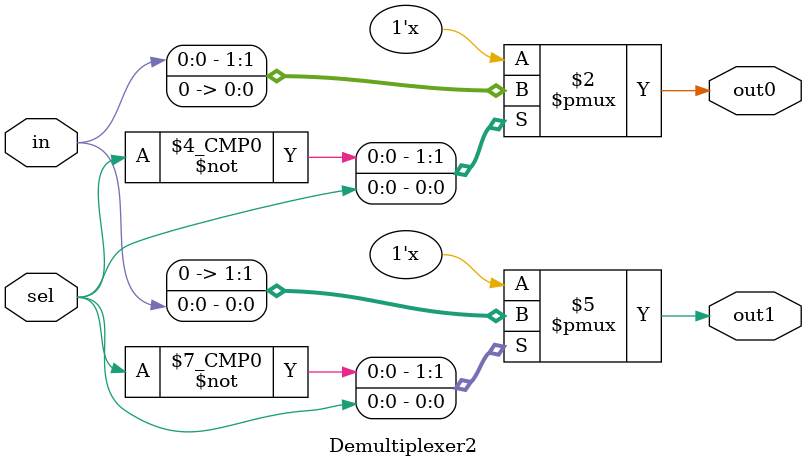
<source format=v>
/**
 * This is an autogenerated netlist code from CircuitVerse. Verilog Code can be
 * tested on https://www.edaplayground.com/ using Icarus Verilog 0.9.7. This is an
 * experimental module and some manual changes make need to be done in order for
 * this to work.
 *
 * If you have any ideas/suggestions or bug fixes, raise an issue
 * on https://github.com/CircuitVerse/CircuitVerse/issues/new/choose
 */

/*
  Element Usage Report
    Input - 52 times
    TriState - 6 times
    Output - 10 times
    DflipFlop - 1 times
    Multiplexer - 14 times
    Splitter - 18 times
    SubCircuit - 15 times
    Decoder - 1 times
    ConstantVal - 3 times
    Demultiplexer - 3 times
    OrGate - 2 times
    NotGate - 4 times
*/

/*
  Usage Instructions and Tips
    Labels - Ensure unique label names and avoid using verilog keywords
    Warnings - Connect all optional inputs to remove warnings
*/

// Sample Testbench Code - Uncomment to use

/*
module TestBench();

  reg clk, rst, pc_wr, pc_oe, sp_wr, sp_oe, a_wr, a_oe, f_oe, f_wr, gen_16b_mode, gen_LR_sel, gen_wr, gen_oe, pc_ldh, pc_ld16, sp_ldh, sp_ld16, inc_pc;
  reg [2:0] gen_reg_sel;
  reg [7:0] data_in;
  reg [15:0] addr_in;

  wire [7:0] data_out;
  wire [15:0] addr_out, addr_inc_out;

  regfile_top DUT0(data_out, addr_out, addr_inc_out, clk, rst, data_in, addr_in, pc_wr, pc_oe, sp_wr, sp_oe, a_wr, a_oe, f_oe, f_wr, gen_16b_mode, gen_LR_sel, gen_reg_sel, gen_wr, gen_oe, pc_ldh, pc_ld16, sp_ldh, sp_ld16, inc_pc);

  initial begin
    clk = 0;
    rst = 0;
    data_in = 0;
    addr_in = 0;
    pc_wr = 0;
    pc_oe = 0;
    sp_wr = 0;
    sp_oe = 0;
    a_wr = 0;
    a_oe = 0;
    f_oe = 0;
    f_wr = 0;
    gen_16b_mode = 0;
    gen_LR_sel = 0;
    gen_reg_sel = 0;
    gen_wr = 0;
    gen_oe = 0;
    pc_ldh = 0;
    pc_ld16 = 0;
    sp_ldh = 0;
    sp_ld16 = 0;
    inc_pc = 0;

    #15
    $display("data_out = %b", data_out);
    $display("addr_out = %b", addr_out);
    $display("addr_inc_out = %b", addr_inc_out);

    #10
    $display("data_out = %b", data_out);
    $display("addr_out = %b", addr_out);
    $display("addr_inc_out = %b", addr_inc_out);

    $finish;

  end
endmodule

*/

module register_8bit(dout, wr, rst, clk, din, oe);
  output [7:0] dout;
  input wr, rst, clk, oe;
  input [7:0] din;
  wire [7:0] TriState_0_out, DflipFlop_0_Q;
  assign TriState_0_out = (oe!=0) ? DflipFlop_0_Q : 8'b?;
  assign dout = TriState_0_out;
  DflipFlop #(8) DflipFlop_0(DflipFlop_0_Q, , clk, din, rst, , wr);
endmodule


module gen_regs(dout, clk, reg_sel, din, rst, reg_wr, reg_oe, cs);
  output [7:0] dout;
  input clk, rst, reg_wr, reg_oe, cs;
  input [2:0] reg_sel;
  input [7:0] din;
  wire Decoder_0_out_0, Decoder_0_out_1, Decoder_0_out_2, Decoder_0_out_3, Decoder_0_out_4, Decoder_0_out_5;
  wire [1:0] ctl_en_out, ctl_sel5_out, ctl_sel4_out, ctl_sel3_out, ctl_sel2_out, ctl_sel1_out, ctl_sel_out, Splitter_6_cmb, const_0;
  wire [7:0] register_8bit_5_out, TriState_1_out, TriState_0_out;
  Multiplexer2 #(2) ctl_en(ctl_en_out, const_0, Splitter_6_cmb, cs);
  Multiplexer2 #(2) ctl_sel5(ctl_sel5_out, const_0, ctl_en_out, Decoder_0_out_5);
  
  register_8bit register_8bit_5(register_8bit_5_out, ctl_sel5_out[0], rst, clk, TriState_0_out, ctl_sel5_out[1]);
  assign TriState_1_out = (cs!=0) ? register_8bit_5_out : 8'b?;
  assign dout = TriState_1_out;
  Multiplexer2 #(2) ctl_sel4(ctl_sel4_out, const_0, ctl_en_out, Decoder_0_out_4);
  
  register_8bit register_8bit_4(register_8bit_5_out, ctl_sel4_out[0], rst, clk, TriState_0_out, ctl_sel4_out[1]);
  Multiplexer2 #(2) ctl_sel3(ctl_sel3_out, const_0, ctl_en_out, Decoder_0_out_3);
  
  register_8bit register_8bit_3(register_8bit_5_out, ctl_sel3_out[0], rst, clk, TriState_0_out, ctl_sel3_out[1]);
  Multiplexer2 #(2) ctl_sel2(ctl_sel2_out, const_0, ctl_en_out, Decoder_0_out_2);
  
  register_8bit register_8bit_2(register_8bit_5_out, ctl_sel2_out[0], rst, clk, TriState_0_out, ctl_sel2_out[1]);
  Multiplexer2 #(2) ctl_sel1(ctl_sel1_out, const_0, ctl_en_out, Decoder_0_out_1);
  
  register_8bit register_8bit_1(register_8bit_5_out, ctl_sel1_out[0], rst, clk, TriState_0_out, ctl_sel1_out[1]);
  Multiplexer2 #(2) ctl_sel(ctl_sel_out, const_0, ctl_en_out, Decoder_0_out_0);
  
  register_8bit register_8bit_0(register_8bit_5_out, ctl_sel_out[0], rst, clk, TriState_0_out, ctl_sel_out[1]);
  assign TriState_0_out = (cs!=0) ? din : 8'b?;
  assign Splitter_6_cmb = {reg_oe,reg_wr};
  Decoder8 #(3) Decoder_0(Decoder_0_out_0, Decoder_0_out_1, Decoder_0_out_2, Decoder_0_out_3, Decoder_0_out_4, Decoder_0_out_5, , , reg_sel);
  assign const_0 = 2'b00;
endmodule



module gen_regs_16(out_16b, out_8b, in_16b, \16b_mode , in_8b, LR_sel, clk, rst, oe, cs, reg_sel, wr);
  output [7:0] out_8b;
  output [15:0] out_16b;
  input \16b_mode , LR_sel, clk, rst, oe, cs, wr;
  input [2:0] reg_sel;
  input [7:0] in_8b;
  input [15:0] in_16b;
  wire output_sel_out_0, output_sel_out_1, or_1_out, not_0_out, or_0_out, not_1_out;
  wire [2:0] Splitter_2_cmb, R_ctl_out, L_ctl_out, const_0;
  wire [7:0] \c-l_out , Multiplexer_2_out, TriState_0_out, \b-h_out , \16_8_sel_1_out , \16_8_sel_out ;
  wire [15:0] Splitter_0_cmb, TriState_1_out;
  assign Splitter_2_cmb = {cs,oe,wr};
  Multiplexer2 #(3) R_ctl(R_ctl_out, const_0, Splitter_2_cmb, or_1_out);
  
  gen_regs \c-l (\c-l_out , clk, reg_sel, \16_8_sel_1_out , rst, R_ctl_out[0], R_ctl_out[1], R_ctl_out[2]);
  Multiplexer2 #(8) Multiplexer_2(Multiplexer_2_out, \b-h_out , \c-l_out , LR_sel);
  assign TriState_0_out = (output_sel_out_1!=0) ? Multiplexer_2_out : 8'b?;
  assign out_8b = TriState_0_out;
  assign Splitter_0_cmb = {\c-l_out ,\b-h_out };
  assign TriState_1_out = (output_sel_out_0!=0) ? Splitter_0_cmb : 16'b?;
  assign out_16b = TriState_1_out;
  Multiplexer2 #(3) L_ctl(L_ctl_out, const_0, Splitter_2_cmb, or_0_out);
  
  gen_regs \b-h (\b-h_out , clk, reg_sel, \16_8_sel_out , rst, L_ctl_out[0], L_ctl_out[1], L_ctl_out[2]);
  Demultiplexer2 output_sel(output_sel_out_0, output_sel_out_1, oe, not_1_out);
  assign or_1_out = \16b_mode  | LR_sel;
  assign not_0_out = ~LR_sel;
  assign or_0_out = \16b_mode  | not_0_out;
  Multiplexer2 #(8) \16_8_sel_1 (\16_8_sel_1_out , in_8b, in_16b[15:8], \16b_mode );
  Multiplexer2 #(8) \16_8_sel (\16_8_sel_out , in_8b, in_16b[7:0], \16b_mode );
  assign not_1_out = ~\16b_mode ;
  
  assign const_0 = 3'b000;
endmodule


module register_16bit(addr_out, out_1, out_2, wr, oe, rst, clk, data_in, addr_in, loadh, load16);
  output [7:0] out_1, out_2;
  output [15:0] addr_out;
  input wr, oe, rst, clk, loadh, load16;
  input [7:0] data_in;
  input [15:0] addr_in;
  wire not_0_out, Demultiplexer_1_out_0, Demultiplexer_1_out_1;
  wire [1:0] Multiplexer_1_out, Splitter_5_cmb, Splitter_4_cmb;
  wire [7:0] register_8bit_0_out, register_8bit_1_out, Demultiplexer_0_out_0, Demultiplexer_0_out_1;
  wire [15:0] Splitter_0_cmb, Multiplexer_0_out, Splitter_2_cmb;
  Multiplexer2 #(2) Multiplexer_1(Multiplexer_1_out, Splitter_5_cmb, Splitter_4_cmb, load16);
  
  register_8bit register_8bit_0(register_8bit_0_out, Multiplexer_1_out[1], rst, clk, Multiplexer_0_out[7:0], oe);
  assign Splitter_0_cmb = {register_8bit_1_out,register_8bit_0_out};
  assign addr_out = Splitter_0_cmb;
  register_8bit register_8bit_1(register_8bit_1_out, Multiplexer_1_out[0], rst, clk, Multiplexer_0_out[15:8], oe);
  Multiplexer2 #(16) Multiplexer_0(Multiplexer_0_out, Splitter_2_cmb, addr_in, load16);
  
  assign out_2 = Multiplexer_0_out[15:8];
  assign out_1 = Multiplexer_0_out[7:0];
  assign not_0_out = ~loadh;
  Demultiplexer2 Demultiplexer_1(Demultiplexer_1_out_0, Demultiplexer_1_out_1, wr, not_0_out);
  assign Splitter_5_cmb = {Demultiplexer_1_out_1,Demultiplexer_1_out_0};
  Demultiplexer2 #(8) Demultiplexer_0(Demultiplexer_0_out_0, Demultiplexer_0_out_1, data_in, loadh);
  assign Splitter_2_cmb = {Demultiplexer_0_out_1,Demultiplexer_0_out_0};
  assign Splitter_4_cmb = {wr,wr};
endmodule





module regfile_top(data_out, addr_out, addr_inc_out, clk, rst, data_in, addr_in, pc_wr, pc_oe, sp_wr, sp_oe, a_wr, a_oe, f_oe, f_wr, gen_16b_mode, gen_LR_sel, gen_reg_sel, gen_wr, gen_oe, pc_ldh, pc_ld16, sp_ldh, sp_ld16, inc_pc);
  output [7:0] data_out;
  output [15:0] addr_out, addr_inc_out;
  input clk, rst, pc_wr, pc_oe, sp_wr, sp_oe, a_wr, a_oe, f_oe, f_wr, gen_16b_mode, gen_LR_sel, gen_wr, gen_oe, pc_ldh, pc_ld16, sp_ldh, sp_ld16, inc_pc;
  input [2:0] gen_reg_sel;
  input [7:0] data_in;
  input [15:0] addr_in;
  wire not_0_out, const_0;
  wire [7:0] sp_out_1, sp_out_2, pc_out_1, pc_out_2, gen_regs_16_0_out_1;
  wire [15:0] TriState_0_out, sp_out_0, pc_out_0;
  assign not_0_out = ~inc_pc;
  assign TriState_0_out = (not_0_out!=0) ? pc_out_0 : 16'b?;
  assign addr_out = TriState_0_out;
  register_16bit sp(sp_out_0, sp_out_1, sp_out_2, sp_wr, sp_oe, rst, clk, data_in, addr_in, sp_ldh, sp_ld16);
  register_16bit pc(pc_out_0, pc_out_1, pc_out_2, pc_wr, pc_oe, rst, clk, data_in, addr_in, pc_ldh, pc_ld16);
  assign addr_inc_out = pc_out_0;
  gen_regs_16 gen_regs_16_0(TriState_0_out, gen_regs_16_0_out_1, addr_in, gen_16b_mode, data_in, gen_LR_sel, clk, rst, gen_oe, const_0, gen_reg_sel, gen_wr);
  assign data_out = gen_regs_16_0_out_1;
  register_8bit f_reg(gen_regs_16_0_out_1, f_wr, rst, clk, data_in, f_oe);
  register_8bit a_reg(gen_regs_16_0_out_1, a_wr, rst, clk, data_in, a_oe);
  assign const_0 = 1'b1;
endmodule

module DflipFlop(q, q_inv, clk, d, a_rst, pre, en);
    parameter WIDTH = 1;
    output reg [WIDTH-1:0] q, q_inv;
    input clk, a_rst, pre, en;
    input [WIDTH-1:0] d;

    always @ (posedge clk or posedge a_rst)
    if (a_rst) begin
        q <= 'b0;
        q_inv <= 'b1;
    end else if (en == 0) ;
    else begin
        q <= d;
        q_inv <= ~d;
    end
endmodule
    
module Multiplexer2(out, in0, in1, sel);
  parameter WIDTH = 1;
  output reg [WIDTH-1:0] out;
  input [WIDTH-1:0] in0, in1;
  input [0:0] sel;
  
  always @ (*)
    case (sel)
      0 : out = in0;
      1 : out = in1;
    endcase
endmodule


module Decoder8(out0, out1, out2, out3, out4, out5, out6, out7, sel);
  output reg out0, out1, out2, out3, out4, out5, out6, out7;
  input [2:0] sel;
  
  always @ (*) begin
    out0 = 0;
    out1 = 0;
    out2 = 0;
    out3 = 0;
    out4 = 0;
    out5 = 0;
    out6 = 0;
    out7 = 0;
    case (sel)
      0 : out0 = 1;
      1 : out1 = 1;
      2 : out2 = 1;
      3 : out3 = 1;
      4 : out4 = 1;
      5 : out5 = 1;
      6 : out6 = 1;
      7 : out7 = 1;
    endcase
  end
endmodule

module Demultiplexer2(out0, out1, in, sel);
  parameter WIDTH = 1;
  output reg [WIDTH-1:0] out0, out1;
  input [WIDTH-1:0] in;
  input [0:0] sel;
  
  always @ (*) begin
    out0 = 0;
    out1 = 0;
    case (sel)
      0 : out0 = in;
      1 : out1 = in;
    endcase
  end
endmodule

</source>
